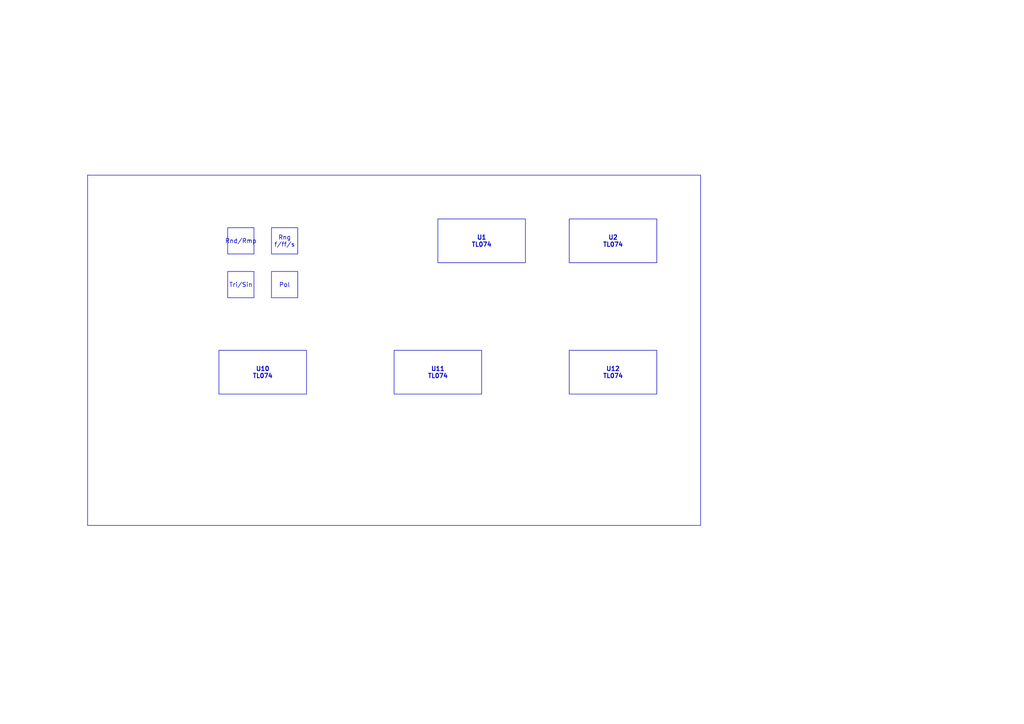
<source format=kicad_sch>
(kicad_sch
	(version 20250114)
	(generator "eeschema")
	(generator_version "9.0")
	(uuid "2c552e7e-eeaf-47d1-9dae-4bbf96627046")
	(paper "A4")
	(title_block
		(company "DMH Instruments")
		(comment 1 "PCB for 10cm Kosmo format synthesizer module")
	)
	(lib_symbols)
	(rectangle
		(start 25.4 50.8)
		(end 203.2 152.4)
		(stroke
			(width 0)
			(type default)
		)
		(fill
			(type none)
		)
		(uuid 6cdb007a-d11b-4cfc-8837-1da18fc54bde)
	)
	(text_box "U1\nTL074"
		(exclude_from_sim no)
		(at 127 63.5 0)
		(size 25.4 12.7)
		(margins 0.9525 0.9525 0.9525 0.9525)
		(stroke
			(width 0)
			(type solid)
		)
		(fill
			(type none)
		)
		(effects
			(font
				(size 1.27 1.27)
				(thickness 0.254)
				(bold yes)
			)
		)
		(uuid "11d45238-6994-47b1-bd28-5a213a450044")
	)
	(text_box "Tri/Sin"
		(exclude_from_sim no)
		(at 66.04 78.74 0)
		(size 7.62 7.62)
		(margins 0.9525 0.9525 0.9525 0.9525)
		(stroke
			(width 0)
			(type solid)
		)
		(fill
			(type none)
		)
		(effects
			(font
				(size 1.27 1.27)
			)
		)
		(uuid "2fd1f2d3-cc32-4c85-92d5-963d6c94f691")
	)
	(text_box "U10\nTL074"
		(exclude_from_sim no)
		(at 63.5 101.6 0)
		(size 25.4 12.7)
		(margins 0.9525 0.9525 0.9525 0.9525)
		(stroke
			(width 0)
			(type solid)
		)
		(fill
			(type none)
		)
		(effects
			(font
				(size 1.27 1.27)
				(thickness 0.254)
				(bold yes)
			)
		)
		(uuid "a7d74aa1-d956-4392-8e65-7841e8ea2528")
	)
	(text_box "Rng\nf/ff/s"
		(exclude_from_sim no)
		(at 78.74 66.04 0)
		(size 7.62 7.62)
		(margins 0.9525 0.9525 0.9525 0.9525)
		(stroke
			(width 0)
			(type solid)
		)
		(fill
			(type none)
		)
		(effects
			(font
				(size 1.27 1.27)
			)
		)
		(uuid "b29546c4-73a3-434f-947f-87556a4eb30a")
	)
	(text_box "U11\nTL074"
		(exclude_from_sim no)
		(at 114.3 101.6 0)
		(size 25.4 12.7)
		(margins 0.9525 0.9525 0.9525 0.9525)
		(stroke
			(width 0)
			(type solid)
		)
		(fill
			(type none)
		)
		(effects
			(font
				(size 1.27 1.27)
				(thickness 0.254)
				(bold yes)
			)
		)
		(uuid "c5d2abf4-55b3-4bcf-b1dd-878b642c8fba")
	)
	(text_box "U2\nTL074"
		(exclude_from_sim no)
		(at 165.1 63.5 0)
		(size 25.4 12.7)
		(margins 0.9525 0.9525 0.9525 0.9525)
		(stroke
			(width 0)
			(type solid)
		)
		(fill
			(type none)
		)
		(effects
			(font
				(size 1.27 1.27)
				(thickness 0.254)
				(bold yes)
			)
		)
		(uuid "d3106787-cdad-4dfc-b449-b93bd0f588c0")
	)
	(text_box "U12\nTL074"
		(exclude_from_sim no)
		(at 165.1 101.6 0)
		(size 25.4 12.7)
		(margins 0.9525 0.9525 0.9525 0.9525)
		(stroke
			(width 0)
			(type solid)
		)
		(fill
			(type none)
		)
		(effects
			(font
				(size 1.27 1.27)
				(thickness 0.254)
				(bold yes)
			)
		)
		(uuid "e149e470-4d06-472c-8746-bfdaac7532a5")
	)
	(text_box "Pol"
		(exclude_from_sim no)
		(at 78.74 78.74 0)
		(size 7.62 7.62)
		(margins 0.9525 0.9525 0.9525 0.9525)
		(stroke
			(width 0)
			(type solid)
		)
		(fill
			(type none)
		)
		(effects
			(font
				(size 1.27 1.27)
			)
		)
		(uuid "e1e6e526-81e0-4316-bfac-2e401827eb9b")
	)
	(text_box "Rnd/Rmp"
		(exclude_from_sim no)
		(at 66.04 66.04 0)
		(size 7.62 7.62)
		(margins 0.9525 0.9525 0.9525 0.9525)
		(stroke
			(width 0)
			(type solid)
		)
		(fill
			(type none)
		)
		(effects
			(font
				(size 1.27 1.27)
			)
		)
		(uuid "eebc6d51-bd3c-4ac6-a072-588d3d2f3492")
	)
)

</source>
